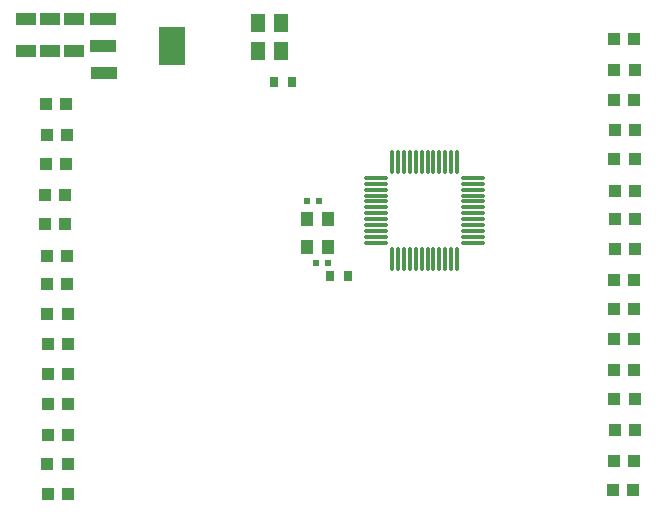
<source format=gtp>
G04*
G04 #@! TF.GenerationSoftware,Altium Limited,Altium Designer,23.10.1 (27)*
G04*
G04 Layer_Color=8421504*
%FSLAX44Y44*%
%MOMM*%
G71*
G04*
G04 #@! TF.SameCoordinates,EDDF8714-B4F6-4BBB-B34A-9CA9A18AB3C3*
G04*
G04*
G04 #@! TF.FilePolarity,Positive*
G04*
G01*
G75*
%ADD17R,1.0000X1.1000*%
%ADD18R,0.7000X0.9000*%
%ADD19O,0.3000X2.1000*%
%ADD20O,2.1000X0.3000*%
%ADD21R,1.1000X1.3000*%
%ADD22R,0.6000X0.5000*%
%ADD23R,1.3000X1.6000*%
%ADD24R,2.2000X3.3000*%
%ADD25R,2.2000X1.0000*%
%ADD26R,1.7000X1.1000*%
D17*
X65668Y417576D02*
D03*
X82668D02*
D03*
X83938Y86868D02*
D03*
X66938D02*
D03*
X66938Y188468D02*
D03*
X83938D02*
D03*
X66684Y112776D02*
D03*
X83684D02*
D03*
X66938Y137414D02*
D03*
X83938D02*
D03*
X66938Y163322D02*
D03*
X83938D02*
D03*
X64906Y315468D02*
D03*
X81906D02*
D03*
X65922Y264922D02*
D03*
X82922D02*
D03*
X66430Y288798D02*
D03*
X83430D02*
D03*
X66684Y239522D02*
D03*
X83684D02*
D03*
X66938Y213868D02*
D03*
X83938D02*
D03*
X64398Y340360D02*
D03*
X81398D02*
D03*
X65922Y390652D02*
D03*
X82922D02*
D03*
X65414Y366522D02*
D03*
X82414D02*
D03*
X546490Y472440D02*
D03*
X563490D02*
D03*
X546744Y446024D02*
D03*
X563744D02*
D03*
X546490Y420878D02*
D03*
X563490D02*
D03*
X546998Y394970D02*
D03*
X563998D02*
D03*
X546744Y370332D02*
D03*
X563744D02*
D03*
X547252Y343916D02*
D03*
X564252D02*
D03*
X546998Y319786D02*
D03*
X563998D02*
D03*
X546998Y294386D02*
D03*
X563998D02*
D03*
X546490Y267970D02*
D03*
X563490D02*
D03*
X546236Y243586D02*
D03*
X563236D02*
D03*
X546236Y218186D02*
D03*
X563236D02*
D03*
X546490Y192278D02*
D03*
X563490D02*
D03*
X546744Y167132D02*
D03*
X563744D02*
D03*
X547252Y140970D02*
D03*
X564252D02*
D03*
X545982Y114808D02*
D03*
X562982D02*
D03*
X545474Y90170D02*
D03*
X562474D02*
D03*
D18*
X258438Y435864D02*
D03*
X273438D02*
D03*
X321198Y271271D02*
D03*
X306198D02*
D03*
D19*
X358518Y368261D02*
D03*
X363518D02*
D03*
X368518D02*
D03*
X373518D02*
D03*
X378518D02*
D03*
X383518D02*
D03*
X388518D02*
D03*
X393518D02*
D03*
X398518D02*
D03*
X403518D02*
D03*
X408518D02*
D03*
X413518D02*
D03*
Y286261D02*
D03*
X408518D02*
D03*
X403518D02*
D03*
X398518D02*
D03*
X393518D02*
D03*
X388518D02*
D03*
X383518D02*
D03*
X378518D02*
D03*
X373518D02*
D03*
X368518D02*
D03*
X363518D02*
D03*
X358518D02*
D03*
D20*
X427018Y354761D02*
D03*
Y349761D02*
D03*
Y344761D02*
D03*
Y339761D02*
D03*
Y334761D02*
D03*
Y329761D02*
D03*
Y324761D02*
D03*
Y319761D02*
D03*
Y314761D02*
D03*
Y309761D02*
D03*
Y304761D02*
D03*
Y299761D02*
D03*
X345018D02*
D03*
Y304761D02*
D03*
Y309761D02*
D03*
Y314761D02*
D03*
Y319761D02*
D03*
Y324761D02*
D03*
Y329761D02*
D03*
Y334761D02*
D03*
Y339761D02*
D03*
Y344761D02*
D03*
Y349761D02*
D03*
Y354761D02*
D03*
D21*
X304410Y296601D02*
D03*
Y319601D02*
D03*
X286410D02*
D03*
Y296601D02*
D03*
D22*
X296410Y334771D02*
D03*
X286410D02*
D03*
X294410Y282701D02*
D03*
X304410D02*
D03*
D23*
X245002Y485902D02*
D03*
X264002D02*
D03*
Y462534D02*
D03*
X245002D02*
D03*
D24*
X172460Y466344D02*
D03*
D25*
X114300Y443484D02*
D03*
X113960Y466344D02*
D03*
Y489344D02*
D03*
D26*
X68828Y462496D02*
D03*
Y489496D02*
D03*
X89402D02*
D03*
Y462496D02*
D03*
X48254Y489496D02*
D03*
Y462496D02*
D03*
M02*

</source>
